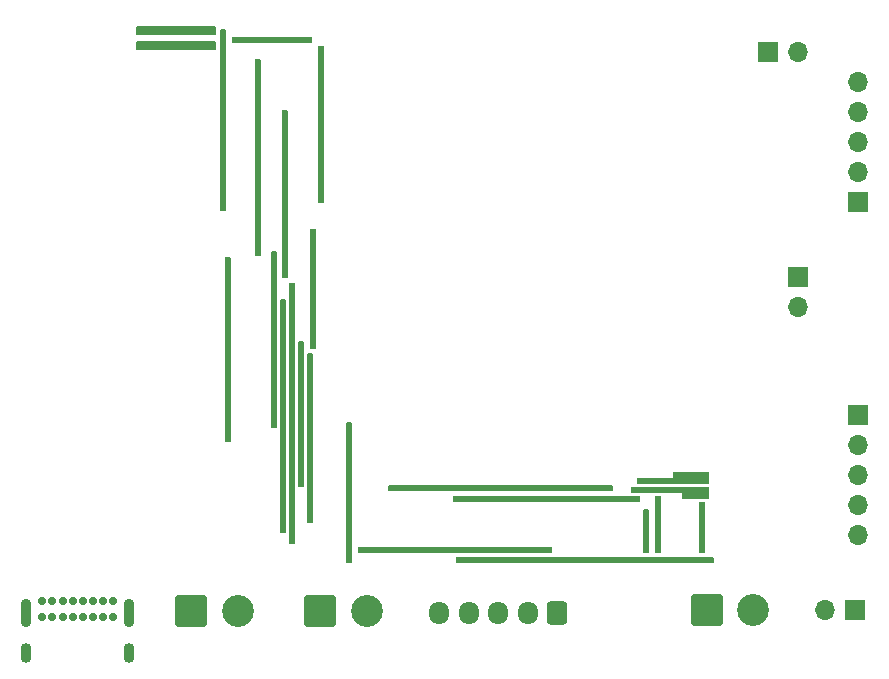
<source format=gbr>
%TF.GenerationSoftware,KiCad,Pcbnew,6.0.11+dfsg-1~bpo11+1*%
%TF.CreationDate,2024-05-06T14:55:15-05:00*%
%TF.ProjectId,BTMS,42544d53-2e6b-4696-9361-645f70636258,rev?*%
%TF.SameCoordinates,Original*%
%TF.FileFunction,Soldermask,Bot*%
%TF.FilePolarity,Negative*%
%FSLAX46Y46*%
G04 Gerber Fmt 4.6, Leading zero omitted, Abs format (unit mm)*
G04 Created by KiCad (PCBNEW 6.0.11+dfsg-1~bpo11+1) date 2024-05-06 14:55:15*
%MOMM*%
%LPD*%
G01*
G04 APERTURE LIST*
G04 Aperture macros list*
%AMRoundRect*
0 Rectangle with rounded corners*
0 $1 Rounding radius*
0 $2 $3 $4 $5 $6 $7 $8 $9 X,Y pos of 4 corners*
0 Add a 4 corners polygon primitive as box body*
4,1,4,$2,$3,$4,$5,$6,$7,$8,$9,$2,$3,0*
0 Add four circle primitives for the rounded corners*
1,1,$1+$1,$2,$3*
1,1,$1+$1,$4,$5*
1,1,$1+$1,$6,$7*
1,1,$1+$1,$8,$9*
0 Add four rect primitives between the rounded corners*
20,1,$1+$1,$2,$3,$4,$5,0*
20,1,$1+$1,$4,$5,$6,$7,0*
20,1,$1+$1,$6,$7,$8,$9,0*
20,1,$1+$1,$8,$9,$2,$3,0*%
G04 Aperture macros list end*
%ADD10RoundRect,0.250001X-1.099999X-1.099999X1.099999X-1.099999X1.099999X1.099999X-1.099999X1.099999X0*%
%ADD11C,2.700000*%
%ADD12C,0.700000*%
%ADD13O,0.900000X2.400000*%
%ADD14O,0.900000X1.700000*%
%ADD15R,1.700000X1.700000*%
%ADD16O,1.700000X1.700000*%
%ADD17RoundRect,0.250000X0.600000X0.725000X-0.600000X0.725000X-0.600000X-0.725000X0.600000X-0.725000X0*%
%ADD18O,1.700000X1.950000*%
G04 APERTURE END LIST*
D10*
%TO.C,J5*%
X171631000Y-145542000D03*
D11*
X175591000Y-145542000D03*
%TD*%
D10*
%TO.C,J4*%
X138917000Y-145625000D03*
D11*
X142877000Y-145625000D03*
%TD*%
D12*
%TO.C,J2*%
X115389000Y-144819000D03*
X116239000Y-144819000D03*
X117089000Y-144819000D03*
X117939000Y-144819000D03*
X118789000Y-144819000D03*
X119639000Y-144819000D03*
X120489000Y-144819000D03*
X121339000Y-144819000D03*
X121339000Y-146169000D03*
X120489000Y-146169000D03*
X119639000Y-146169000D03*
X118789000Y-146169000D03*
X117939000Y-146169000D03*
X117089000Y-146169000D03*
X116239000Y-146169000D03*
X115389000Y-146169000D03*
D13*
X114039000Y-145799000D03*
D14*
X114039000Y-149179000D03*
D13*
X122689000Y-145799000D03*
D14*
X122689000Y-149179000D03*
%TD*%
D10*
%TO.C,J3*%
X127995000Y-145625000D03*
D11*
X131955000Y-145625000D03*
%TD*%
D15*
%TO.C,J7*%
X179324000Y-117343000D03*
D16*
X179324000Y-119883000D03*
%TD*%
D15*
%TO.C,J8*%
X184150000Y-145542000D03*
D16*
X181610000Y-145542000D03*
%TD*%
D15*
%TO.C,J9*%
X184404000Y-110998000D03*
D16*
X184404000Y-108458000D03*
X184404000Y-105918000D03*
X184404000Y-103378000D03*
X184404000Y-100838000D03*
%TD*%
D17*
%TO.C,J1*%
X158964000Y-145796000D03*
D18*
X156464000Y-145796000D03*
X153964000Y-145796000D03*
X151464000Y-145796000D03*
X148964000Y-145796000D03*
%TD*%
D15*
%TO.C,J6*%
X184404000Y-129032000D03*
D16*
X184404000Y-131572000D03*
X184404000Y-134112000D03*
X184404000Y-136652000D03*
X184404000Y-139192000D03*
%TD*%
D15*
%TO.C,J10*%
X176779000Y-98298000D03*
D16*
X179319000Y-98298000D03*
%TD*%
G36*
X139177648Y-97804352D02*
G01*
X139192000Y-97839000D01*
X139192000Y-111076000D01*
X139177648Y-111110648D01*
X139143000Y-111125000D01*
X138733000Y-111125000D01*
X138698352Y-111110648D01*
X138684000Y-111076000D01*
X138684000Y-97839000D01*
X138698352Y-97804352D01*
X138733000Y-97790000D01*
X139143000Y-97790000D01*
X139177648Y-97804352D01*
G37*
G36*
X135240648Y-123739352D02*
G01*
X135255000Y-123774000D01*
X135255000Y-130126000D01*
X135240648Y-130160648D01*
X135206000Y-130175000D01*
X134796000Y-130175000D01*
X134761352Y-130160648D01*
X134747000Y-130126000D01*
X134747000Y-123774000D01*
X134761352Y-123739352D01*
X134796000Y-123725000D01*
X135206000Y-123725000D01*
X135240648Y-123739352D01*
G37*
G36*
X130922648Y-96407352D02*
G01*
X130937000Y-96442000D01*
X130937000Y-111711000D01*
X130922648Y-111745648D01*
X130888000Y-111760000D01*
X130478000Y-111760000D01*
X130443352Y-111745648D01*
X130429000Y-111711000D01*
X130429000Y-96442000D01*
X130443352Y-96407352D01*
X130478000Y-96393000D01*
X130888000Y-96393000D01*
X130922648Y-96407352D01*
G37*
G36*
X171816648Y-135142352D02*
G01*
X171831000Y-135177000D01*
X171831000Y-136095000D01*
X171816648Y-136129648D01*
X171782000Y-136144000D01*
X169594000Y-136144000D01*
X169559352Y-136129648D01*
X169545000Y-136095000D01*
X169545000Y-135645747D01*
X169542145Y-135638855D01*
X169535253Y-135636000D01*
X165276000Y-135636000D01*
X165241352Y-135621648D01*
X165227000Y-135587000D01*
X165227000Y-135177000D01*
X165241352Y-135142352D01*
X165276000Y-135128000D01*
X171782000Y-135128000D01*
X171816648Y-135142352D01*
G37*
G36*
X130033648Y-97423352D02*
G01*
X130048000Y-97458000D01*
X130048000Y-98122000D01*
X130033648Y-98156648D01*
X129999000Y-98171000D01*
X123366000Y-98171000D01*
X123331352Y-98156648D01*
X123317000Y-98122000D01*
X123317000Y-97458000D01*
X123331352Y-97423352D01*
X123366000Y-97409000D01*
X129999000Y-97409000D01*
X130033648Y-97423352D01*
G37*
G36*
X136764648Y-117870352D02*
G01*
X136779000Y-117905000D01*
X136779000Y-139905000D01*
X136764648Y-139939648D01*
X136730000Y-139954000D01*
X136320000Y-139954000D01*
X136285352Y-139939648D01*
X136271000Y-139905000D01*
X136271000Y-117905000D01*
X136285352Y-117870352D01*
X136320000Y-117856000D01*
X136730000Y-117856000D01*
X136764648Y-117870352D01*
G37*
G36*
X166736648Y-137047352D02*
G01*
X166751000Y-137082000D01*
X166751000Y-140667000D01*
X166736648Y-140701648D01*
X166702000Y-140716000D01*
X166292000Y-140716000D01*
X166257352Y-140701648D01*
X166243000Y-140667000D01*
X166243000Y-137082000D01*
X166257352Y-137047352D01*
X166292000Y-137033000D01*
X166702000Y-137033000D01*
X166736648Y-137047352D01*
G37*
G36*
X141590648Y-129681352D02*
G01*
X141605000Y-129716000D01*
X141605000Y-141556000D01*
X141590648Y-141590648D01*
X141556000Y-141605000D01*
X141146000Y-141605000D01*
X141111352Y-141590648D01*
X141097000Y-141556000D01*
X141097000Y-129716000D01*
X141111352Y-129681352D01*
X141146000Y-129667000D01*
X141556000Y-129667000D01*
X141590648Y-129681352D01*
G37*
G36*
X167752648Y-135904352D02*
G01*
X167767000Y-135939000D01*
X167767000Y-140667000D01*
X167752648Y-140701648D01*
X167718000Y-140716000D01*
X167308000Y-140716000D01*
X167273352Y-140701648D01*
X167259000Y-140667000D01*
X167259000Y-135939000D01*
X167273352Y-135904352D01*
X167308000Y-135890000D01*
X167718000Y-135890000D01*
X167752648Y-135904352D01*
G37*
G36*
X138161648Y-97042352D02*
G01*
X138176000Y-97077000D01*
X138176000Y-97487000D01*
X138161648Y-97521648D01*
X138127000Y-97536000D01*
X131494000Y-97536000D01*
X131459352Y-97521648D01*
X131445000Y-97487000D01*
X131445000Y-97077000D01*
X131459352Y-97042352D01*
X131494000Y-97028000D01*
X138127000Y-97028000D01*
X138161648Y-97042352D01*
G37*
G36*
X172197648Y-141111352D02*
G01*
X172212000Y-141146000D01*
X172212000Y-141556000D01*
X172197648Y-141590648D01*
X172163000Y-141605000D01*
X150417000Y-141605000D01*
X150382352Y-141590648D01*
X150368000Y-141556000D01*
X150368000Y-141146000D01*
X150382352Y-141111352D01*
X150417000Y-141097000D01*
X172163000Y-141097000D01*
X172197648Y-141111352D01*
G37*
G36*
X171435648Y-136412352D02*
G01*
X171450000Y-136447000D01*
X171450000Y-140667000D01*
X171435648Y-140701648D01*
X171401000Y-140716000D01*
X170991000Y-140716000D01*
X170956352Y-140701648D01*
X170942000Y-140667000D01*
X170942000Y-136447000D01*
X170956352Y-136412352D01*
X170991000Y-136398000D01*
X171401000Y-136398000D01*
X171435648Y-136412352D01*
G37*
G36*
X138288648Y-123839352D02*
G01*
X138303000Y-123874000D01*
X138303000Y-138127000D01*
X138288648Y-138161648D01*
X138254000Y-138176000D01*
X137844000Y-138176000D01*
X137809352Y-138161648D01*
X137795000Y-138127000D01*
X137795000Y-123874000D01*
X137809352Y-123839352D01*
X137844000Y-123825000D01*
X138254000Y-123825000D01*
X138288648Y-123839352D01*
G37*
G36*
X138542648Y-113298352D02*
G01*
X138557000Y-113333000D01*
X138557000Y-123395000D01*
X138542648Y-123429648D01*
X138508000Y-123444000D01*
X138098000Y-123444000D01*
X138063352Y-123429648D01*
X138049000Y-123395000D01*
X138049000Y-113333000D01*
X138063352Y-113298352D01*
X138098000Y-113284000D01*
X138508000Y-113284000D01*
X138542648Y-113298352D01*
G37*
G36*
X133843648Y-98947352D02*
G01*
X133858000Y-98982000D01*
X133858000Y-115521000D01*
X133843648Y-115555648D01*
X133809000Y-115570000D01*
X133399000Y-115570000D01*
X133364352Y-115555648D01*
X133350000Y-115521000D01*
X133350000Y-98982000D01*
X133364352Y-98947352D01*
X133399000Y-98933000D01*
X133809000Y-98933000D01*
X133843648Y-98947352D01*
G37*
G36*
X131303648Y-115711352D02*
G01*
X131318000Y-115746000D01*
X131318000Y-131269000D01*
X131303648Y-131303648D01*
X131269000Y-131318000D01*
X130859000Y-131318000D01*
X130824352Y-131303648D01*
X130810000Y-131269000D01*
X130810000Y-115746000D01*
X130824352Y-115711352D01*
X130859000Y-115697000D01*
X131269000Y-115697000D01*
X131303648Y-115711352D01*
G37*
G36*
X165974648Y-135904352D02*
G01*
X165989000Y-135939000D01*
X165989000Y-136349000D01*
X165974648Y-136383648D01*
X165940000Y-136398000D01*
X150163000Y-136398000D01*
X150128352Y-136383648D01*
X150114000Y-136349000D01*
X150114000Y-135939000D01*
X150128352Y-135904352D01*
X150163000Y-135890000D01*
X165940000Y-135890000D01*
X165974648Y-135904352D01*
G37*
G36*
X137526648Y-122823352D02*
G01*
X137541000Y-122858000D01*
X137541000Y-135079000D01*
X137526648Y-135113648D01*
X137492000Y-135128000D01*
X137082000Y-135128000D01*
X137047352Y-135113648D01*
X137033000Y-135079000D01*
X137033000Y-122858000D01*
X137047352Y-122823352D01*
X137082000Y-122809000D01*
X137492000Y-122809000D01*
X137526648Y-122823352D01*
G37*
G36*
X135240648Y-115203352D02*
G01*
X135255000Y-115238000D01*
X135255000Y-123876000D01*
X135240648Y-123910648D01*
X135206000Y-123925000D01*
X134796000Y-123925000D01*
X134761352Y-123910648D01*
X134747000Y-123876000D01*
X134747000Y-115238000D01*
X134761352Y-115203352D01*
X134796000Y-115189000D01*
X135206000Y-115189000D01*
X135240648Y-115203352D01*
G37*
G36*
X158481648Y-140222352D02*
G01*
X158496000Y-140257000D01*
X158496000Y-140667000D01*
X158481648Y-140701648D01*
X158447000Y-140716000D01*
X142162000Y-140716000D01*
X142127352Y-140701648D01*
X142113000Y-140667000D01*
X142113000Y-140257000D01*
X142127352Y-140222352D01*
X142162000Y-140208000D01*
X158447000Y-140208000D01*
X158481648Y-140222352D01*
G37*
G36*
X130033648Y-96153352D02*
G01*
X130048000Y-96188000D01*
X130048000Y-96852000D01*
X130033648Y-96886648D01*
X129999000Y-96901000D01*
X123366000Y-96901000D01*
X123331352Y-96886648D01*
X123317000Y-96852000D01*
X123317000Y-96188000D01*
X123331352Y-96153352D01*
X123366000Y-96139000D01*
X129999000Y-96139000D01*
X130033648Y-96153352D01*
G37*
G36*
X136129648Y-103265352D02*
G01*
X136144000Y-103300000D01*
X136144000Y-117426000D01*
X136129648Y-117460648D01*
X136095000Y-117475000D01*
X135685000Y-117475000D01*
X135650352Y-117460648D01*
X135636000Y-117426000D01*
X135636000Y-103300000D01*
X135650352Y-103265352D01*
X135685000Y-103251000D01*
X136095000Y-103251000D01*
X136129648Y-103265352D01*
G37*
G36*
X136002648Y-119267352D02*
G01*
X136017000Y-119302000D01*
X136017000Y-139016000D01*
X136002648Y-139050648D01*
X135968000Y-139065000D01*
X135558000Y-139065000D01*
X135523352Y-139050648D01*
X135509000Y-139016000D01*
X135509000Y-119302000D01*
X135523352Y-119267352D01*
X135558000Y-119253000D01*
X135968000Y-119253000D01*
X136002648Y-119267352D01*
G37*
G36*
X163688648Y-135015352D02*
G01*
X163703000Y-135050000D01*
X163703000Y-135460000D01*
X163688648Y-135494648D01*
X163654000Y-135509000D01*
X144702000Y-135509000D01*
X144667352Y-135494648D01*
X144653000Y-135460000D01*
X144653000Y-135050000D01*
X144667352Y-135015352D01*
X144702000Y-135001000D01*
X163654000Y-135001000D01*
X163688648Y-135015352D01*
G37*
G36*
X171816648Y-133872352D02*
G01*
X171831000Y-133907000D01*
X171831000Y-134825000D01*
X171816648Y-134859648D01*
X171782000Y-134874000D01*
X165784000Y-134874000D01*
X165749352Y-134859648D01*
X165735000Y-134825000D01*
X165735000Y-134415000D01*
X165749352Y-134380352D01*
X165784000Y-134366000D01*
X168773253Y-134366000D01*
X168780145Y-134363145D01*
X168783000Y-134356253D01*
X168783000Y-133907000D01*
X168797352Y-133872352D01*
X168832000Y-133858000D01*
X171782000Y-133858000D01*
X171816648Y-133872352D01*
G37*
M02*

</source>
